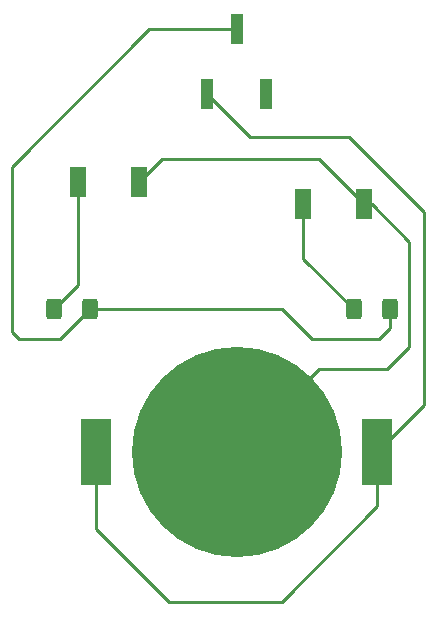
<source format=gbl>
%TF.GenerationSoftware,KiCad,Pcbnew,(6.0.7)*%
%TF.CreationDate,2022-11-12T15:58:38-06:00*%
%TF.ProjectId,chrimbus2022,63687269-6d62-4757-9332-3032322e6b69,rev?*%
%TF.SameCoordinates,Original*%
%TF.FileFunction,Copper,L2,Bot*%
%TF.FilePolarity,Positive*%
%FSLAX46Y46*%
G04 Gerber Fmt 4.6, Leading zero omitted, Abs format (unit mm)*
G04 Created by KiCad (PCBNEW (6.0.7)) date 2022-11-12 15:58:38*
%MOMM*%
%LPD*%
G01*
G04 APERTURE LIST*
G04 Aperture macros list*
%AMRoundRect*
0 Rectangle with rounded corners*
0 $1 Rounding radius*
0 $2 $3 $4 $5 $6 $7 $8 $9 X,Y pos of 4 corners*
0 Add a 4 corners polygon primitive as box body*
4,1,4,$2,$3,$4,$5,$6,$7,$8,$9,$2,$3,0*
0 Add four circle primitives for the rounded corners*
1,1,$1+$1,$2,$3*
1,1,$1+$1,$4,$5*
1,1,$1+$1,$6,$7*
1,1,$1+$1,$8,$9*
0 Add four rect primitives between the rounded corners*
20,1,$1+$1,$2,$3,$4,$5,0*
20,1,$1+$1,$4,$5,$6,$7,0*
20,1,$1+$1,$6,$7,$8,$9,0*
20,1,$1+$1,$8,$9,$2,$3,0*%
G04 Aperture macros list end*
%TA.AperFunction,SMDPad,CuDef*%
%ADD10R,1.000000X2.500000*%
%TD*%
%TA.AperFunction,SMDPad,CuDef*%
%ADD11RoundRect,0.250000X0.400000X0.625000X-0.400000X0.625000X-0.400000X-0.625000X0.400000X-0.625000X0*%
%TD*%
%TA.AperFunction,SMDPad,CuDef*%
%ADD12R,1.400000X2.600000*%
%TD*%
%TA.AperFunction,SMDPad,CuDef*%
%ADD13C,17.800000*%
%TD*%
%TA.AperFunction,SMDPad,CuDef*%
%ADD14R,2.600000X5.560000*%
%TD*%
%TA.AperFunction,Conductor*%
%ADD15C,0.250000*%
%TD*%
G04 APERTURE END LIST*
D10*
%TO.P,SW1,3,C*%
%TO.N,Net-(SW1-Pad3)*%
X136565000Y-94825000D03*
%TO.P,SW1,2,B*%
%TO.N,+3V3*%
X139065000Y-89325000D03*
%TO.P,SW1,1,A*%
%TO.N,unconnected-(SW1-Pad1)*%
X141565000Y-94825000D03*
%TD*%
D11*
%TO.P,R2,1*%
%TO.N,+3V3*%
X152045000Y-113030000D03*
%TO.P,R2,2*%
%TO.N,Net-(D2-Pad2)*%
X148945000Y-113030000D03*
%TD*%
%TO.P,R1,1*%
%TO.N,+3V3*%
X126645000Y-113030000D03*
%TO.P,R1,2*%
%TO.N,Net-(D1-Pad2)*%
X123545000Y-113030000D03*
%TD*%
D12*
%TO.P,D2,2,A*%
%TO.N,Net-(D2-Pad2)*%
X144660000Y-104140000D03*
%TO.P,D2,1,K*%
%TO.N,GND*%
X149860000Y-104140000D03*
%TD*%
%TO.P,D1,2,A*%
%TO.N,Net-(D1-Pad2)*%
X125610000Y-102235000D03*
%TO.P,D1,1,K*%
%TO.N,GND*%
X130810000Y-102235000D03*
%TD*%
D13*
%TO.P,BT1,2,-*%
%TO.N,GND*%
X139065000Y-125095000D03*
D14*
%TO.P,BT1,1,+*%
%TO.N,Net-(SW1-Pad3)*%
X150970000Y-125095000D03*
X127160000Y-125095000D03*
%TD*%
D15*
%TO.N,+3V3*%
X131655000Y-89325000D02*
X139065000Y-89325000D01*
X120015000Y-100965000D02*
X131655000Y-89325000D01*
X120015000Y-114935000D02*
X120015000Y-100965000D01*
X120650000Y-115570000D02*
X120015000Y-114935000D01*
X124105000Y-115570000D02*
X120650000Y-115570000D01*
X126645000Y-113030000D02*
X124105000Y-115570000D01*
%TO.N,Net-(SW1-Pad3)*%
X150970000Y-129700000D02*
X150970000Y-125095000D01*
X142875000Y-137795000D02*
X150970000Y-129700000D01*
X127160000Y-131605000D02*
X133350000Y-137795000D01*
X133350000Y-137795000D02*
X142875000Y-137795000D01*
X127160000Y-125095000D02*
X127160000Y-131605000D01*
%TO.N,+3V3*%
X152045000Y-114655000D02*
X152045000Y-113030000D01*
X151130000Y-115570000D02*
X152045000Y-114655000D01*
X145415000Y-115570000D02*
X151130000Y-115570000D01*
X142875000Y-113030000D02*
X145415000Y-115570000D01*
X126645000Y-113030000D02*
X142875000Y-113030000D01*
%TO.N,GND*%
X146050000Y-100330000D02*
X132715000Y-100330000D01*
X149860000Y-104140000D02*
X146050000Y-100330000D01*
X132715000Y-100330000D02*
X130810000Y-102235000D01*
X150495000Y-104140000D02*
X149860000Y-104140000D01*
X153670000Y-107315000D02*
X150495000Y-104140000D01*
X153670000Y-116205000D02*
X153670000Y-107315000D01*
X146050000Y-118110000D02*
X151765000Y-118110000D01*
X151765000Y-118110000D02*
X153670000Y-116205000D01*
X139065000Y-125095000D02*
X146050000Y-118110000D01*
%TO.N,Net-(SW1-Pad3)*%
X154940000Y-104775000D02*
X154940000Y-121125000D01*
X148590000Y-98425000D02*
X154940000Y-104775000D01*
X140165000Y-98425000D02*
X148590000Y-98425000D01*
X136565000Y-94825000D02*
X140165000Y-98425000D01*
X154940000Y-121125000D02*
X150970000Y-125095000D01*
%TO.N,Net-(D1-Pad2)*%
X125610000Y-110965000D02*
X125610000Y-102235000D01*
X123545000Y-113030000D02*
X125610000Y-110965000D01*
%TO.N,Net-(D2-Pad2)*%
X144660000Y-108745000D02*
X148945000Y-113030000D01*
X144660000Y-104140000D02*
X144660000Y-108745000D01*
%TD*%
M02*

</source>
